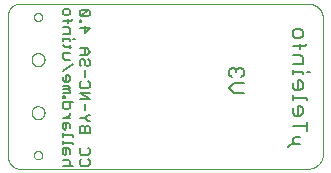
<source format=gbo>
G75*
%MOIN*%
%OFA0B0*%
%FSLAX25Y25*%
%IPPOS*%
%LPD*%
%AMOC8*
5,1,8,0,0,1.08239X$1,22.5*
%
%ADD10C,0.00800*%
%ADD11C,0.00600*%
%ADD12C,0.00100*%
%ADD13C,0.00000*%
D10*
X0134947Y0029974D02*
X0136548Y0031576D01*
X0139751Y0031576D01*
X0138950Y0033530D02*
X0139751Y0034330D01*
X0139751Y0035932D01*
X0138950Y0036732D01*
X0138150Y0036732D01*
X0137349Y0035932D01*
X0136548Y0036732D01*
X0135748Y0036732D01*
X0134947Y0035932D01*
X0134947Y0034330D01*
X0135748Y0033530D01*
X0137349Y0035131D02*
X0137349Y0035932D01*
X0134947Y0029974D02*
X0136548Y0028373D01*
X0139751Y0028373D01*
X0156197Y0027474D02*
X0156197Y0025873D01*
X0156197Y0026674D02*
X0161001Y0026674D01*
X0161001Y0025873D01*
X0158599Y0023919D02*
X0157798Y0023919D01*
X0157798Y0020717D01*
X0156998Y0020717D02*
X0158599Y0020717D01*
X0159400Y0021517D01*
X0159400Y0023119D01*
X0158599Y0023919D01*
X0156197Y0023119D02*
X0156197Y0021517D01*
X0156998Y0020717D01*
X0161001Y0018763D02*
X0161001Y0015560D01*
X0161001Y0017162D02*
X0156197Y0017162D01*
X0156998Y0013607D02*
X0158599Y0013607D01*
X0156998Y0013607D02*
X0156197Y0012806D01*
X0156197Y0012005D01*
X0156998Y0011205D01*
X0155396Y0011205D01*
X0154595Y0010404D01*
X0156998Y0011205D02*
X0158599Y0011205D01*
X0158599Y0029311D02*
X0156998Y0029311D01*
X0156197Y0030111D01*
X0156197Y0031713D01*
X0157798Y0032513D02*
X0157798Y0029311D01*
X0158599Y0029311D02*
X0159400Y0030111D01*
X0159400Y0031713D01*
X0158599Y0032513D01*
X0157798Y0032513D01*
X0156197Y0034467D02*
X0156197Y0036068D01*
X0156197Y0035268D02*
X0159400Y0035268D01*
X0159400Y0034467D01*
X0161001Y0035268D02*
X0161802Y0035268D01*
X0159400Y0037905D02*
X0156197Y0037905D01*
X0159400Y0037905D02*
X0159400Y0040307D01*
X0158599Y0041107D01*
X0156197Y0041107D01*
X0158599Y0043061D02*
X0158599Y0044662D01*
X0160200Y0043862D02*
X0156197Y0043862D01*
X0160200Y0043862D02*
X0161001Y0044662D01*
X0158599Y0046499D02*
X0156998Y0046499D01*
X0156197Y0047299D01*
X0156197Y0048901D01*
X0156998Y0049701D01*
X0158599Y0049701D01*
X0159400Y0048901D01*
X0159400Y0047299D01*
X0158599Y0046499D01*
D11*
X0088500Y0049967D02*
X0086798Y0048265D01*
X0086798Y0050534D01*
X0085097Y0049967D02*
X0088500Y0049967D01*
X0085664Y0051949D02*
X0085664Y0052516D01*
X0085097Y0052516D01*
X0085097Y0051949D01*
X0085664Y0051949D01*
X0085664Y0053790D02*
X0087933Y0056059D01*
X0085664Y0056059D01*
X0085097Y0055492D01*
X0085097Y0054357D01*
X0085664Y0053790D01*
X0087933Y0053790D01*
X0088500Y0054357D01*
X0088500Y0055492D01*
X0087933Y0056059D01*
X0082900Y0052855D02*
X0082333Y0052288D01*
X0079497Y0052288D01*
X0081198Y0051721D02*
X0081198Y0052855D01*
X0081198Y0054177D02*
X0080064Y0054177D01*
X0079497Y0054744D01*
X0079497Y0055878D01*
X0080064Y0056445D01*
X0081198Y0056445D01*
X0081765Y0055878D01*
X0081765Y0054744D01*
X0081198Y0054177D01*
X0081198Y0050307D02*
X0079497Y0050307D01*
X0081198Y0050307D02*
X0081765Y0049739D01*
X0081765Y0048038D01*
X0079497Y0048038D01*
X0079497Y0046717D02*
X0079497Y0045583D01*
X0079497Y0046150D02*
X0081765Y0046150D01*
X0081765Y0045583D01*
X0082900Y0046150D02*
X0083467Y0046150D01*
X0081765Y0044261D02*
X0081765Y0043127D01*
X0082333Y0043694D02*
X0080064Y0043694D01*
X0079497Y0044261D01*
X0079497Y0041713D02*
X0081765Y0041713D01*
X0079497Y0041713D02*
X0079497Y0040011D01*
X0080064Y0039444D01*
X0081765Y0039444D01*
X0082900Y0038029D02*
X0079497Y0035761D01*
X0080631Y0034346D02*
X0080631Y0032078D01*
X0080064Y0032078D02*
X0081198Y0032078D01*
X0081765Y0032645D01*
X0081765Y0033779D01*
X0081198Y0034346D01*
X0080631Y0034346D01*
X0079497Y0033779D02*
X0079497Y0032645D01*
X0080064Y0032078D01*
X0079497Y0030663D02*
X0081198Y0030663D01*
X0081765Y0030096D01*
X0081198Y0029529D01*
X0079497Y0029529D01*
X0079497Y0028395D02*
X0081765Y0028395D01*
X0081765Y0028962D01*
X0081198Y0029529D01*
X0085097Y0030417D02*
X0085097Y0031551D01*
X0085664Y0032118D01*
X0086798Y0033533D02*
X0086798Y0035801D01*
X0087365Y0037216D02*
X0086798Y0037783D01*
X0086798Y0038917D01*
X0086231Y0039485D01*
X0085664Y0039485D01*
X0085097Y0038917D01*
X0085097Y0037783D01*
X0085664Y0037216D01*
X0087365Y0037216D02*
X0087933Y0037216D01*
X0088500Y0037783D01*
X0088500Y0038917D01*
X0087933Y0039485D01*
X0087365Y0040899D02*
X0085097Y0040899D01*
X0086798Y0040899D02*
X0086798Y0043168D01*
X0087365Y0043168D02*
X0085097Y0043168D01*
X0087365Y0043168D02*
X0088500Y0042033D01*
X0087365Y0040899D01*
X0087933Y0032118D02*
X0088500Y0031551D01*
X0088500Y0030417D01*
X0087933Y0029850D01*
X0085664Y0029850D01*
X0085097Y0030417D01*
X0085097Y0028435D02*
X0088500Y0028435D01*
X0088500Y0026167D02*
X0085097Y0028435D01*
X0085097Y0026167D02*
X0088500Y0026167D01*
X0086798Y0024752D02*
X0086798Y0022483D01*
X0087933Y0021069D02*
X0088500Y0021069D01*
X0087933Y0021069D02*
X0086798Y0019935D01*
X0085097Y0019935D01*
X0086798Y0019935D02*
X0087933Y0018800D01*
X0088500Y0018800D01*
X0087933Y0017386D02*
X0087365Y0017386D01*
X0086798Y0016819D01*
X0086798Y0015117D01*
X0085097Y0015117D02*
X0085097Y0016819D01*
X0085664Y0017386D01*
X0086231Y0017386D01*
X0086798Y0016819D01*
X0087933Y0017386D02*
X0088500Y0016819D01*
X0088500Y0015117D01*
X0085097Y0015117D01*
X0082900Y0014229D02*
X0079497Y0014229D01*
X0079497Y0013662D02*
X0079497Y0014796D01*
X0080064Y0016117D02*
X0080631Y0016685D01*
X0080631Y0018386D01*
X0081198Y0018386D02*
X0079497Y0018386D01*
X0079497Y0016685D01*
X0080064Y0016117D01*
X0081765Y0016685D02*
X0081765Y0017819D01*
X0081198Y0018386D01*
X0080631Y0019801D02*
X0081765Y0020935D01*
X0081765Y0021502D01*
X0081198Y0022870D02*
X0080064Y0022870D01*
X0079497Y0023437D01*
X0079497Y0025138D01*
X0082900Y0025138D01*
X0081765Y0025138D02*
X0081765Y0023437D01*
X0081198Y0022870D01*
X0081765Y0019801D02*
X0079497Y0019801D01*
X0082900Y0014229D02*
X0082900Y0013662D01*
X0079497Y0012341D02*
X0079497Y0011207D01*
X0079497Y0011774D02*
X0082900Y0011774D01*
X0082900Y0011207D01*
X0081198Y0009792D02*
X0079497Y0009792D01*
X0079497Y0008091D01*
X0080064Y0007523D01*
X0080631Y0008091D01*
X0080631Y0009792D01*
X0081198Y0009792D02*
X0081765Y0009225D01*
X0081765Y0008091D01*
X0081198Y0006109D02*
X0079497Y0006109D01*
X0081198Y0006109D02*
X0081765Y0005542D01*
X0081765Y0004407D01*
X0081198Y0003840D01*
X0079497Y0003840D02*
X0082900Y0003840D01*
X0085097Y0004635D02*
X0085097Y0005769D01*
X0085664Y0006336D01*
X0085097Y0004635D02*
X0085664Y0004068D01*
X0087933Y0004068D01*
X0088500Y0004635D01*
X0088500Y0005769D01*
X0087933Y0006336D01*
X0087933Y0007751D02*
X0085664Y0007751D01*
X0085097Y0008318D01*
X0085097Y0009452D01*
X0085664Y0010019D01*
X0087933Y0010019D02*
X0088500Y0009452D01*
X0088500Y0008318D01*
X0087933Y0007751D01*
X0080064Y0026553D02*
X0080064Y0027120D01*
X0079497Y0027120D01*
X0079497Y0026553D01*
X0080064Y0026553D01*
D12*
X0061197Y0006800D02*
X0061197Y0054300D01*
X0061203Y0054422D01*
X0061213Y0054543D01*
X0061226Y0054664D01*
X0061243Y0054785D01*
X0061264Y0054905D01*
X0061289Y0055024D01*
X0061318Y0055142D01*
X0061350Y0055260D01*
X0061386Y0055376D01*
X0061425Y0055491D01*
X0061468Y0055605D01*
X0061515Y0055718D01*
X0061565Y0055829D01*
X0061619Y0055938D01*
X0061676Y0056046D01*
X0061737Y0056151D01*
X0061800Y0056255D01*
X0061867Y0056357D01*
X0061937Y0056456D01*
X0062011Y0056554D01*
X0062087Y0056649D01*
X0062166Y0056741D01*
X0062248Y0056831D01*
X0062333Y0056919D01*
X0062420Y0057003D01*
X0062511Y0057085D01*
X0062603Y0057164D01*
X0062698Y0057240D01*
X0062796Y0057313D01*
X0062895Y0057383D01*
X0062997Y0057450D01*
X0063101Y0057514D01*
X0063207Y0057574D01*
X0063315Y0057631D01*
X0063424Y0057684D01*
X0063535Y0057734D01*
X0063648Y0057781D01*
X0063762Y0057824D01*
X0063877Y0057863D01*
X0063993Y0057899D01*
X0064111Y0057931D01*
X0064229Y0057959D01*
X0064349Y0057984D01*
X0064469Y0058005D01*
X0064589Y0058022D01*
X0064710Y0058035D01*
X0064832Y0058045D01*
X0064953Y0058050D01*
X0065075Y0058052D01*
X0065197Y0058050D01*
X0161197Y0058050D01*
X0161337Y0058048D01*
X0161477Y0058042D01*
X0161617Y0058032D01*
X0161757Y0058019D01*
X0161896Y0058001D01*
X0162035Y0057979D01*
X0162172Y0057954D01*
X0162310Y0057925D01*
X0162446Y0057892D01*
X0162581Y0057855D01*
X0162715Y0057814D01*
X0162848Y0057769D01*
X0162980Y0057721D01*
X0163110Y0057669D01*
X0163239Y0057614D01*
X0163366Y0057555D01*
X0163492Y0057492D01*
X0163616Y0057426D01*
X0163737Y0057357D01*
X0163857Y0057284D01*
X0163975Y0057207D01*
X0164090Y0057128D01*
X0164204Y0057045D01*
X0164314Y0056959D01*
X0164423Y0056870D01*
X0164529Y0056778D01*
X0164632Y0056683D01*
X0164733Y0056586D01*
X0164830Y0056485D01*
X0164925Y0056382D01*
X0165017Y0056276D01*
X0165106Y0056167D01*
X0165192Y0056057D01*
X0165275Y0055943D01*
X0165354Y0055828D01*
X0165431Y0055710D01*
X0165504Y0055590D01*
X0165573Y0055469D01*
X0165639Y0055345D01*
X0165702Y0055219D01*
X0165761Y0055092D01*
X0165816Y0054963D01*
X0165868Y0054833D01*
X0165916Y0054701D01*
X0165961Y0054568D01*
X0166002Y0054434D01*
X0166039Y0054299D01*
X0166072Y0054163D01*
X0166101Y0054025D01*
X0166126Y0053888D01*
X0166148Y0053749D01*
X0166166Y0053610D01*
X0166179Y0053470D01*
X0166189Y0053330D01*
X0166195Y0053190D01*
X0166197Y0053050D01*
X0166197Y0008050D01*
X0166195Y0007910D01*
X0166189Y0007770D01*
X0166179Y0007630D01*
X0166166Y0007490D01*
X0166148Y0007351D01*
X0166126Y0007212D01*
X0166101Y0007075D01*
X0166072Y0006937D01*
X0166039Y0006801D01*
X0166002Y0006666D01*
X0165961Y0006532D01*
X0165916Y0006399D01*
X0165868Y0006267D01*
X0165816Y0006137D01*
X0165761Y0006008D01*
X0165702Y0005881D01*
X0165639Y0005755D01*
X0165573Y0005631D01*
X0165504Y0005510D01*
X0165431Y0005390D01*
X0165354Y0005272D01*
X0165275Y0005157D01*
X0165192Y0005043D01*
X0165106Y0004933D01*
X0165017Y0004824D01*
X0164925Y0004718D01*
X0164830Y0004615D01*
X0164733Y0004514D01*
X0164632Y0004417D01*
X0164529Y0004322D01*
X0164423Y0004230D01*
X0164314Y0004141D01*
X0164204Y0004055D01*
X0164090Y0003972D01*
X0163975Y0003893D01*
X0163857Y0003816D01*
X0163737Y0003743D01*
X0163616Y0003674D01*
X0163492Y0003608D01*
X0163366Y0003545D01*
X0163239Y0003486D01*
X0163110Y0003431D01*
X0162980Y0003379D01*
X0162848Y0003331D01*
X0162715Y0003286D01*
X0162581Y0003245D01*
X0162446Y0003208D01*
X0162310Y0003175D01*
X0162172Y0003146D01*
X0162035Y0003121D01*
X0161896Y0003099D01*
X0161757Y0003081D01*
X0161617Y0003068D01*
X0161477Y0003058D01*
X0161337Y0003052D01*
X0161197Y0003050D01*
X0065197Y0003050D01*
X0065073Y0003048D01*
X0064948Y0003050D01*
X0064824Y0003056D01*
X0064700Y0003066D01*
X0064577Y0003080D01*
X0064454Y0003098D01*
X0064332Y0003119D01*
X0064210Y0003145D01*
X0064089Y0003175D01*
X0063970Y0003208D01*
X0063851Y0003245D01*
X0063734Y0003286D01*
X0063618Y0003331D01*
X0063503Y0003380D01*
X0063390Y0003432D01*
X0063279Y0003487D01*
X0063170Y0003547D01*
X0063063Y0003609D01*
X0062958Y0003675D01*
X0062855Y0003745D01*
X0062754Y0003817D01*
X0062655Y0003893D01*
X0062559Y0003972D01*
X0062466Y0004054D01*
X0062375Y0004139D01*
X0062287Y0004227D01*
X0062202Y0004318D01*
X0062120Y0004411D01*
X0062041Y0004507D01*
X0061965Y0004606D01*
X0061893Y0004706D01*
X0061823Y0004809D01*
X0061757Y0004915D01*
X0061694Y0005022D01*
X0061635Y0005131D01*
X0061579Y0005242D01*
X0061527Y0005355D01*
X0061479Y0005469D01*
X0061434Y0005585D01*
X0061393Y0005703D01*
X0061355Y0005821D01*
X0061322Y0005941D01*
X0061292Y0006062D01*
X0061267Y0006183D01*
X0061245Y0006306D01*
X0061227Y0006428D01*
X0061213Y0006552D01*
X0061203Y0006676D01*
X0061197Y0006800D01*
D13*
X0069819Y0007519D02*
X0069821Y0007593D01*
X0069827Y0007667D01*
X0069837Y0007740D01*
X0069851Y0007813D01*
X0069868Y0007885D01*
X0069890Y0007955D01*
X0069915Y0008025D01*
X0069944Y0008093D01*
X0069977Y0008159D01*
X0070013Y0008224D01*
X0070053Y0008286D01*
X0070095Y0008347D01*
X0070141Y0008405D01*
X0070190Y0008460D01*
X0070242Y0008513D01*
X0070297Y0008563D01*
X0070354Y0008609D01*
X0070414Y0008653D01*
X0070476Y0008693D01*
X0070540Y0008730D01*
X0070606Y0008764D01*
X0070674Y0008794D01*
X0070743Y0008820D01*
X0070814Y0008843D01*
X0070885Y0008861D01*
X0070958Y0008876D01*
X0071031Y0008887D01*
X0071105Y0008894D01*
X0071179Y0008897D01*
X0071252Y0008896D01*
X0071326Y0008891D01*
X0071400Y0008882D01*
X0071473Y0008869D01*
X0071545Y0008852D01*
X0071616Y0008832D01*
X0071686Y0008807D01*
X0071754Y0008779D01*
X0071821Y0008748D01*
X0071886Y0008712D01*
X0071949Y0008674D01*
X0072010Y0008632D01*
X0072069Y0008586D01*
X0072125Y0008538D01*
X0072178Y0008487D01*
X0072228Y0008433D01*
X0072276Y0008376D01*
X0072320Y0008317D01*
X0072362Y0008255D01*
X0072400Y0008192D01*
X0072434Y0008126D01*
X0072465Y0008059D01*
X0072492Y0007990D01*
X0072515Y0007920D01*
X0072535Y0007849D01*
X0072551Y0007776D01*
X0072563Y0007703D01*
X0072571Y0007630D01*
X0072575Y0007556D01*
X0072575Y0007482D01*
X0072571Y0007408D01*
X0072563Y0007335D01*
X0072551Y0007262D01*
X0072535Y0007189D01*
X0072515Y0007118D01*
X0072492Y0007048D01*
X0072465Y0006979D01*
X0072434Y0006912D01*
X0072400Y0006846D01*
X0072362Y0006783D01*
X0072320Y0006721D01*
X0072276Y0006662D01*
X0072228Y0006605D01*
X0072178Y0006551D01*
X0072125Y0006500D01*
X0072069Y0006452D01*
X0072010Y0006406D01*
X0071949Y0006364D01*
X0071886Y0006326D01*
X0071821Y0006290D01*
X0071754Y0006259D01*
X0071686Y0006231D01*
X0071616Y0006206D01*
X0071545Y0006186D01*
X0071473Y0006169D01*
X0071400Y0006156D01*
X0071326Y0006147D01*
X0071252Y0006142D01*
X0071179Y0006141D01*
X0071105Y0006144D01*
X0071031Y0006151D01*
X0070958Y0006162D01*
X0070885Y0006177D01*
X0070814Y0006195D01*
X0070743Y0006218D01*
X0070674Y0006244D01*
X0070606Y0006274D01*
X0070540Y0006308D01*
X0070476Y0006345D01*
X0070414Y0006385D01*
X0070354Y0006429D01*
X0070297Y0006475D01*
X0070242Y0006525D01*
X0070190Y0006578D01*
X0070141Y0006633D01*
X0070095Y0006691D01*
X0070053Y0006752D01*
X0070013Y0006814D01*
X0069977Y0006879D01*
X0069944Y0006945D01*
X0069915Y0007013D01*
X0069890Y0007083D01*
X0069868Y0007153D01*
X0069851Y0007225D01*
X0069837Y0007298D01*
X0069827Y0007371D01*
X0069821Y0007445D01*
X0069819Y0007519D01*
X0069032Y0021692D02*
X0069034Y0021785D01*
X0069040Y0021877D01*
X0069050Y0021969D01*
X0069064Y0022060D01*
X0069081Y0022151D01*
X0069103Y0022241D01*
X0069128Y0022330D01*
X0069157Y0022418D01*
X0069190Y0022504D01*
X0069227Y0022589D01*
X0069267Y0022673D01*
X0069311Y0022754D01*
X0069358Y0022834D01*
X0069408Y0022912D01*
X0069462Y0022987D01*
X0069519Y0023060D01*
X0069579Y0023130D01*
X0069642Y0023198D01*
X0069708Y0023263D01*
X0069776Y0023325D01*
X0069847Y0023385D01*
X0069921Y0023441D01*
X0069997Y0023494D01*
X0070075Y0023543D01*
X0070155Y0023590D01*
X0070237Y0023632D01*
X0070321Y0023672D01*
X0070406Y0023707D01*
X0070493Y0023739D01*
X0070581Y0023768D01*
X0070670Y0023792D01*
X0070760Y0023813D01*
X0070851Y0023829D01*
X0070943Y0023842D01*
X0071035Y0023851D01*
X0071128Y0023856D01*
X0071220Y0023857D01*
X0071313Y0023854D01*
X0071405Y0023847D01*
X0071497Y0023836D01*
X0071588Y0023821D01*
X0071679Y0023803D01*
X0071769Y0023780D01*
X0071857Y0023754D01*
X0071945Y0023724D01*
X0072031Y0023690D01*
X0072115Y0023653D01*
X0072198Y0023611D01*
X0072279Y0023567D01*
X0072359Y0023519D01*
X0072436Y0023468D01*
X0072510Y0023413D01*
X0072583Y0023355D01*
X0072653Y0023295D01*
X0072720Y0023231D01*
X0072784Y0023165D01*
X0072846Y0023095D01*
X0072904Y0023024D01*
X0072959Y0022950D01*
X0073011Y0022873D01*
X0073060Y0022794D01*
X0073106Y0022714D01*
X0073148Y0022631D01*
X0073186Y0022547D01*
X0073221Y0022461D01*
X0073252Y0022374D01*
X0073279Y0022286D01*
X0073302Y0022196D01*
X0073322Y0022106D01*
X0073338Y0022015D01*
X0073350Y0021923D01*
X0073358Y0021831D01*
X0073362Y0021738D01*
X0073362Y0021646D01*
X0073358Y0021553D01*
X0073350Y0021461D01*
X0073338Y0021369D01*
X0073322Y0021278D01*
X0073302Y0021188D01*
X0073279Y0021098D01*
X0073252Y0021010D01*
X0073221Y0020923D01*
X0073186Y0020837D01*
X0073148Y0020753D01*
X0073106Y0020670D01*
X0073060Y0020590D01*
X0073011Y0020511D01*
X0072959Y0020434D01*
X0072904Y0020360D01*
X0072846Y0020289D01*
X0072784Y0020219D01*
X0072720Y0020153D01*
X0072653Y0020089D01*
X0072583Y0020029D01*
X0072510Y0019971D01*
X0072436Y0019916D01*
X0072359Y0019865D01*
X0072280Y0019817D01*
X0072198Y0019773D01*
X0072115Y0019731D01*
X0072031Y0019694D01*
X0071945Y0019660D01*
X0071857Y0019630D01*
X0071769Y0019604D01*
X0071679Y0019581D01*
X0071588Y0019563D01*
X0071497Y0019548D01*
X0071405Y0019537D01*
X0071313Y0019530D01*
X0071220Y0019527D01*
X0071128Y0019528D01*
X0071035Y0019533D01*
X0070943Y0019542D01*
X0070851Y0019555D01*
X0070760Y0019571D01*
X0070670Y0019592D01*
X0070581Y0019616D01*
X0070493Y0019645D01*
X0070406Y0019677D01*
X0070321Y0019712D01*
X0070237Y0019752D01*
X0070155Y0019794D01*
X0070075Y0019841D01*
X0069997Y0019890D01*
X0069921Y0019943D01*
X0069847Y0019999D01*
X0069776Y0020059D01*
X0069708Y0020121D01*
X0069642Y0020186D01*
X0069579Y0020254D01*
X0069519Y0020324D01*
X0069462Y0020397D01*
X0069408Y0020472D01*
X0069358Y0020550D01*
X0069311Y0020630D01*
X0069267Y0020711D01*
X0069227Y0020795D01*
X0069190Y0020880D01*
X0069157Y0020966D01*
X0069128Y0021054D01*
X0069103Y0021143D01*
X0069081Y0021233D01*
X0069064Y0021324D01*
X0069050Y0021415D01*
X0069040Y0021507D01*
X0069034Y0021599D01*
X0069032Y0021692D01*
X0069032Y0039408D02*
X0069034Y0039501D01*
X0069040Y0039593D01*
X0069050Y0039685D01*
X0069064Y0039776D01*
X0069081Y0039867D01*
X0069103Y0039957D01*
X0069128Y0040046D01*
X0069157Y0040134D01*
X0069190Y0040220D01*
X0069227Y0040305D01*
X0069267Y0040389D01*
X0069311Y0040470D01*
X0069358Y0040550D01*
X0069408Y0040628D01*
X0069462Y0040703D01*
X0069519Y0040776D01*
X0069579Y0040846D01*
X0069642Y0040914D01*
X0069708Y0040979D01*
X0069776Y0041041D01*
X0069847Y0041101D01*
X0069921Y0041157D01*
X0069997Y0041210D01*
X0070075Y0041259D01*
X0070155Y0041306D01*
X0070237Y0041348D01*
X0070321Y0041388D01*
X0070406Y0041423D01*
X0070493Y0041455D01*
X0070581Y0041484D01*
X0070670Y0041508D01*
X0070760Y0041529D01*
X0070851Y0041545D01*
X0070943Y0041558D01*
X0071035Y0041567D01*
X0071128Y0041572D01*
X0071220Y0041573D01*
X0071313Y0041570D01*
X0071405Y0041563D01*
X0071497Y0041552D01*
X0071588Y0041537D01*
X0071679Y0041519D01*
X0071769Y0041496D01*
X0071857Y0041470D01*
X0071945Y0041440D01*
X0072031Y0041406D01*
X0072115Y0041369D01*
X0072198Y0041327D01*
X0072279Y0041283D01*
X0072359Y0041235D01*
X0072436Y0041184D01*
X0072510Y0041129D01*
X0072583Y0041071D01*
X0072653Y0041011D01*
X0072720Y0040947D01*
X0072784Y0040881D01*
X0072846Y0040811D01*
X0072904Y0040740D01*
X0072959Y0040666D01*
X0073011Y0040589D01*
X0073060Y0040510D01*
X0073106Y0040430D01*
X0073148Y0040347D01*
X0073186Y0040263D01*
X0073221Y0040177D01*
X0073252Y0040090D01*
X0073279Y0040002D01*
X0073302Y0039912D01*
X0073322Y0039822D01*
X0073338Y0039731D01*
X0073350Y0039639D01*
X0073358Y0039547D01*
X0073362Y0039454D01*
X0073362Y0039362D01*
X0073358Y0039269D01*
X0073350Y0039177D01*
X0073338Y0039085D01*
X0073322Y0038994D01*
X0073302Y0038904D01*
X0073279Y0038814D01*
X0073252Y0038726D01*
X0073221Y0038639D01*
X0073186Y0038553D01*
X0073148Y0038469D01*
X0073106Y0038386D01*
X0073060Y0038306D01*
X0073011Y0038227D01*
X0072959Y0038150D01*
X0072904Y0038076D01*
X0072846Y0038005D01*
X0072784Y0037935D01*
X0072720Y0037869D01*
X0072653Y0037805D01*
X0072583Y0037745D01*
X0072510Y0037687D01*
X0072436Y0037632D01*
X0072359Y0037581D01*
X0072280Y0037533D01*
X0072198Y0037489D01*
X0072115Y0037447D01*
X0072031Y0037410D01*
X0071945Y0037376D01*
X0071857Y0037346D01*
X0071769Y0037320D01*
X0071679Y0037297D01*
X0071588Y0037279D01*
X0071497Y0037264D01*
X0071405Y0037253D01*
X0071313Y0037246D01*
X0071220Y0037243D01*
X0071128Y0037244D01*
X0071035Y0037249D01*
X0070943Y0037258D01*
X0070851Y0037271D01*
X0070760Y0037287D01*
X0070670Y0037308D01*
X0070581Y0037332D01*
X0070493Y0037361D01*
X0070406Y0037393D01*
X0070321Y0037428D01*
X0070237Y0037468D01*
X0070155Y0037510D01*
X0070075Y0037557D01*
X0069997Y0037606D01*
X0069921Y0037659D01*
X0069847Y0037715D01*
X0069776Y0037775D01*
X0069708Y0037837D01*
X0069642Y0037902D01*
X0069579Y0037970D01*
X0069519Y0038040D01*
X0069462Y0038113D01*
X0069408Y0038188D01*
X0069358Y0038266D01*
X0069311Y0038346D01*
X0069267Y0038427D01*
X0069227Y0038511D01*
X0069190Y0038596D01*
X0069157Y0038682D01*
X0069128Y0038770D01*
X0069103Y0038859D01*
X0069081Y0038949D01*
X0069064Y0039040D01*
X0069050Y0039131D01*
X0069040Y0039223D01*
X0069034Y0039315D01*
X0069032Y0039408D01*
X0069819Y0053581D02*
X0069821Y0053655D01*
X0069827Y0053729D01*
X0069837Y0053802D01*
X0069851Y0053875D01*
X0069868Y0053947D01*
X0069890Y0054017D01*
X0069915Y0054087D01*
X0069944Y0054155D01*
X0069977Y0054221D01*
X0070013Y0054286D01*
X0070053Y0054348D01*
X0070095Y0054409D01*
X0070141Y0054467D01*
X0070190Y0054522D01*
X0070242Y0054575D01*
X0070297Y0054625D01*
X0070354Y0054671D01*
X0070414Y0054715D01*
X0070476Y0054755D01*
X0070540Y0054792D01*
X0070606Y0054826D01*
X0070674Y0054856D01*
X0070743Y0054882D01*
X0070814Y0054905D01*
X0070885Y0054923D01*
X0070958Y0054938D01*
X0071031Y0054949D01*
X0071105Y0054956D01*
X0071179Y0054959D01*
X0071252Y0054958D01*
X0071326Y0054953D01*
X0071400Y0054944D01*
X0071473Y0054931D01*
X0071545Y0054914D01*
X0071616Y0054894D01*
X0071686Y0054869D01*
X0071754Y0054841D01*
X0071821Y0054810D01*
X0071886Y0054774D01*
X0071949Y0054736D01*
X0072010Y0054694D01*
X0072069Y0054648D01*
X0072125Y0054600D01*
X0072178Y0054549D01*
X0072228Y0054495D01*
X0072276Y0054438D01*
X0072320Y0054379D01*
X0072362Y0054317D01*
X0072400Y0054254D01*
X0072434Y0054188D01*
X0072465Y0054121D01*
X0072492Y0054052D01*
X0072515Y0053982D01*
X0072535Y0053911D01*
X0072551Y0053838D01*
X0072563Y0053765D01*
X0072571Y0053692D01*
X0072575Y0053618D01*
X0072575Y0053544D01*
X0072571Y0053470D01*
X0072563Y0053397D01*
X0072551Y0053324D01*
X0072535Y0053251D01*
X0072515Y0053180D01*
X0072492Y0053110D01*
X0072465Y0053041D01*
X0072434Y0052974D01*
X0072400Y0052908D01*
X0072362Y0052845D01*
X0072320Y0052783D01*
X0072276Y0052724D01*
X0072228Y0052667D01*
X0072178Y0052613D01*
X0072125Y0052562D01*
X0072069Y0052514D01*
X0072010Y0052468D01*
X0071949Y0052426D01*
X0071886Y0052388D01*
X0071821Y0052352D01*
X0071754Y0052321D01*
X0071686Y0052293D01*
X0071616Y0052268D01*
X0071545Y0052248D01*
X0071473Y0052231D01*
X0071400Y0052218D01*
X0071326Y0052209D01*
X0071252Y0052204D01*
X0071179Y0052203D01*
X0071105Y0052206D01*
X0071031Y0052213D01*
X0070958Y0052224D01*
X0070885Y0052239D01*
X0070814Y0052257D01*
X0070743Y0052280D01*
X0070674Y0052306D01*
X0070606Y0052336D01*
X0070540Y0052370D01*
X0070476Y0052407D01*
X0070414Y0052447D01*
X0070354Y0052491D01*
X0070297Y0052537D01*
X0070242Y0052587D01*
X0070190Y0052640D01*
X0070141Y0052695D01*
X0070095Y0052753D01*
X0070053Y0052814D01*
X0070013Y0052876D01*
X0069977Y0052941D01*
X0069944Y0053007D01*
X0069915Y0053075D01*
X0069890Y0053145D01*
X0069868Y0053215D01*
X0069851Y0053287D01*
X0069837Y0053360D01*
X0069827Y0053433D01*
X0069821Y0053507D01*
X0069819Y0053581D01*
M02*

</source>
